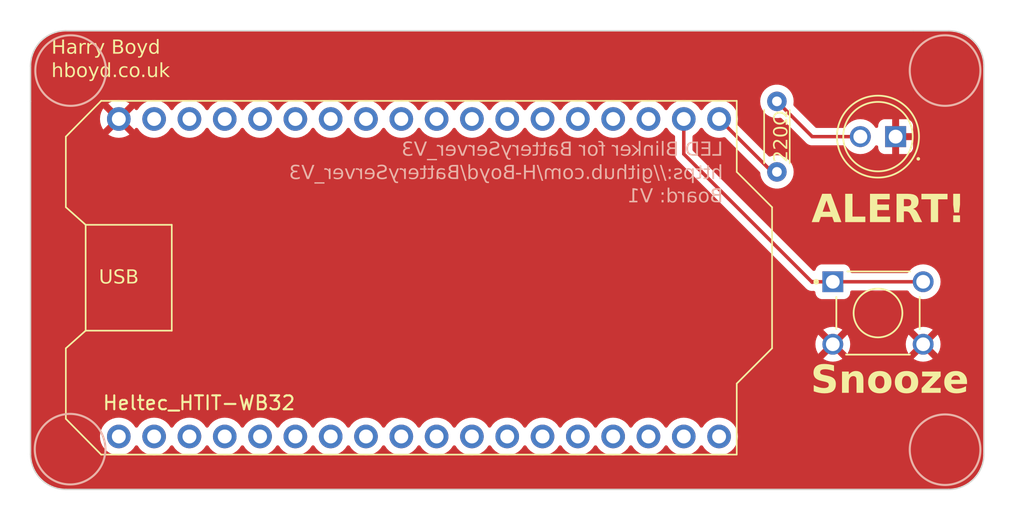
<source format=kicad_pcb>
(kicad_pcb (version 20221018) (generator pcbnew)
  (layers (0 "F.Cu" signal) (31 "B.Cu" signal) (34 "B.Paste" user) (35 "F.Paste" user) (36 "B.SilkS" user "B.Silkscreen") (37 "F.SilkS" user "F.Silkscreen") (38 "B.Mask" user) (39 "F.Mask" user) (44 "Edge.Cuts" user))
  (net 0 "")
  (net 34 "Net-(SW1-Pad1)")
  (net 35 "Net-(D1-PadA)")
  (net 36 "Net-(R1-Pad2)")
  (net 37 "GND")
  (footprint "heltec_htit-wb32:Heltec_HTIT-WB32" (layer "F.Cu") (at 67.31 96.52 180)
    (fp_text reference "U1" hide)
    (fp_text value "Heltec_HTIT-WB32" (at 15.823576 -9.013582) (layer "F.SilkS"))
    (fp_text user "USB" (at 21.59 0) (layer "F.SilkS"))
    (fp_line (start -25.4 -5.08) (end -25.4 5.08) (stroke (width 0.12)) (layer "F.SilkS"))
    (fp_line (start -25.4 -5.08) (end -22.86 -7.62) (stroke (width 0.12)) (layer "F.SilkS"))
    (fp_line (start -25.4 5.08) (end -22.86 7.62) (stroke (width 0.12)) (layer "F.SilkS"))
    (fp_line (start -22.86 -12.735) (end 22.86 -12.735) (stroke (width 0.12)) (layer "F.SilkS"))
    (fp_line (start -22.86 -12.7) (end -22.86 -7.62) (stroke (width 0.12)) (layer "F.SilkS"))
    (fp_line (start -22.86 7.62) (end -22.86 12.735) (stroke (width 0.12)) (layer "F.SilkS"))
    (fp_line (start 17.78 -3.81) (end 17.78 3.81) (stroke (width 0.12)) (layer "F.SilkS"))
    (fp_line (start 17.78 3.81) (end 23.975 3.81) (stroke (width 0.12)) (layer "F.SilkS"))
    (fp_line (start 22.86 -12.735) (end 25.4 -10.16) (stroke (width 0.12)) (layer "F.SilkS"))
    (fp_line (start 22.86 12.735) (end -22.86 12.735) (stroke (width 0.12)) (layer "F.SilkS"))
    (fp_line (start 22.86 12.735) (end 25.4 10.16) (stroke (width 0.12)) (layer "F.SilkS"))
    (fp_line (start 23.975 -3.81) (end 17.78 -3.81) (stroke (width 0.12)) (layer "F.SilkS"))
    (fp_line (start 23.975 -3.81) (end 23.975 3.81) (stroke (width 0.12)) (layer "F.SilkS"))
    (fp_line (start 25.4 -10.16) (end 25.4 -5.08) (stroke (width 0.12)) (layer "F.SilkS"))
    (fp_line (start 25.4 -5.08) (end 23.975 -3.81) (stroke (width 0.12)) (layer "F.SilkS"))
    (fp_line (start 25.4 5.08) (end 23.975 3.81) (stroke (width 0.12)) (layer "F.SilkS"))
    (fp_line (start 25.4 10.16) (end 25.4 5.08) (stroke (width 0.12)) (layer "F.SilkS"))
    (pad "0" thru_hole circle (at 1.27 11.43 180) (size 1.7 1.7) (drill 1) (layers "*.Cu" "*.Mask"))
    (pad "1" thru_hole circle (at 11.43 11.43 180) (size 1.7 1.7) (drill 1) (layers "*.Cu" "*.Mask"))
    (pad "2" thru_hole circle (at 3.81 11.43 180) (size 1.7 1.7) (drill 1) (layers "*.Cu" "*.Mask"))
    (pad "3" thru_hole circle (at 8.89 11.43 180) (size 1.7 1.7) (drill 1) (layers "*.Cu" "*.Mask"))
    (pad "4" thru_hole circle (at -1.27 11.43 180) (size 1.7 1.7) (drill 1) (layers "*.Cu" "*.Mask"))
    (pad "5" thru_hole circle (at -8.89 11.43 180) (size 1.7 1.7) (drill 1) (layers "*.Cu" "*.Mask"))
    (pad "6" thru_hole circle (at 13.97 -11.43 180) (size 1.7 1.7) (drill 1) (layers "*.Cu" "*.Mask"))
    (pad "7" thru_hole circle (at 16.51 -11.43 180) (size 1.7 1.7) (drill 1) (layers "*.Cu" "*.Mask"))
    (pad "8" thru_hole circle (at 21.59 -11.43 180) (size 1.7 1.7) (drill 1) (layers "*.Cu" "*.Mask"))
    (pad "9" thru_hole circle (at 19.05 -11.43 180) (size 1.7 1.7) (drill 1) (layers "*.Cu" "*.Mask"))
    (pad "10" thru_hole circle (at 13.97 11.43 180) (size 1.7 1.7) (drill 1) (layers "*.Cu" "*.Mask"))
    (pad "11" thru_hole circle (at 16.51 11.43 180) (size 1.7 1.7) (drill 1) (layers "*.Cu" "*.Mask"))
    (pad "12" thru_hole circle (at 8.89 -11.43 180) (size 1.7 1.7) (drill 1) (layers "*.Cu" "*.Mask"))
    (pad "13" thru_hole circle (at 11.43 -11.43 180) (size 1.7 1.7) (drill 1) (layers "*.Cu" "*.Mask"))
    (pad "14" thru_hole circle (at 6.35 -11.43 180) (size 1.7 1.7) (drill 1) (layers "*.Cu" "*.Mask"))
    (pad "15" thru_hole circle (at 6.35 11.43 180) (size 1.7 1.7) (drill 1) (layers "*.Cu" "*.Mask"))
    (pad "16" thru_hole circle (at -3.81 11.43 180) (size 1.7 1.7) (drill 1) (layers "*.Cu" "*.Mask"))
    (pad "17" thru_hole circle (at -6.35 11.43 180) (size 1.7 1.7) (drill 1) (layers "*.Cu" "*.Mask"))
    (pad "18" thru_hole circle (at -11.43 11.43 180) (size 1.7 1.7) (drill 1) (layers "*.Cu" "*.Mask"))
    (pad "19" thru_hole circle (at -16.51 11.43 180) (size 1.7 1.7) (drill 1) (layers "*.Cu" "*.Mask"))
    (pad "20" thru_hole circle (at 19.05 11.43 180) (size 1.7 1.7) (drill 1) (layers "*.Cu" "*.Mask"))
    (pad "21" thru_hole circle (at -21.59 11.43 180) (size 1.7 1.7) (drill 1) (layers "*.Cu" "*.Mask") (net 36 "Net-(R1-Pad2)"))
    (pad "22" thru_hole circle (at -19.05 11.43 180) (size 1.7 1.7) (drill 1) (layers "*.Cu" "*.Mask") (net 34 "Net-(SW1-Pad1)"))
    (pad "23" thru_hole circle (at -13.97 11.43 180) (size 1.7 1.7) (drill 1) (layers "*.Cu" "*.Mask"))
    (pad "25" thru_hole circle (at -1.27 -11.43 180) (size 1.7 1.7) (drill 1) (layers "*.Cu" "*.Mask"))
    (pad "26" thru_hole circle (at 1.27 -11.43 180) (size 1.7 1.7) (drill 1) (layers "*.Cu" "*.Mask"))
    (pad "27" thru_hole circle (at 3.81 -11.43 180) (size 1.7 1.7) (drill 1) (layers "*.Cu" "*.Mask"))
    (pad "28" thru_hole circle (at 21.59 11.43 180) (size 1.7 1.7) (drill 1) (layers "*.Cu" "*.Mask") (net 37 "GND"))
    (pad "32" thru_hole circle (at -6.35 -11.43 180) (size 1.7 1.7) (drill 1) (layers "*.Cu" "*.Mask"))
    (pad "33" thru_hole circle (at -3.81 -11.43 180) (size 1.7 1.7) (drill 1) (layers "*.Cu" "*.Mask"))
    (pad "34" thru_hole circle (at -11.43 -11.43 180) (size 1.7 1.7) (drill 1) (layers "*.Cu" "*.Mask"))
    (pad "35" thru_hole circle (at -8.89 -11.43 180) (size 1.7 1.7) (drill 1) (layers "*.Cu" "*.Mask"))
    (pad "36" thru_hole circle (at -21.59 -11.43 180) (size 1.7 1.7) (drill 1) (layers "*.Cu" "*.Mask"))
    (pad "37" thru_hole circle (at -19.05 -11.43 180) (size 1.7 1.7) (drill 1) (layers "*.Cu" "*.Mask"))
    (pad "38" thru_hole circle (at -16.51 -11.43 180) (size 1.7 1.7) (drill 1) (layers "*.Cu" "*.Mask"))
    (pad "39" thru_hole circle (at -13.97 -11.43 180) (size 1.7 1.7) (drill 1) (layers "*.Cu" "*.Mask"))
  )
  (footprint "Resistor_THT:R_Axial_DIN0204_L3.6mm_D1.6mm_P5.08mm_Horizontal" (layer "F.Cu") (at 93.06 83.82 -90)
    (fp_text reference "R1" hide)
    (fp_text value "220" hide)
    (fp_line (start 0.62 -0.92) (end 4.46 -0.92) (stroke (width 0.12)) (layer "F.SilkS"))
    (fp_line (start 0.62 0.92) (end 4.46 0.92) (stroke (width 0.12)) (layer "F.SilkS"))
    (pad "1" thru_hole circle (at 0 0 270) (size 1.4 1.4) (drill 0.7) (layers "*.Cu" "*.Mask") (net 35 "Net-(D1-PadA)"))
    (pad "2" thru_hole oval (at 5.08 0 270) (size 1.4 1.4) (drill 0.7) (layers "*.Cu" "*.Mask") (net 36 "Net-(R1-Pad2)"))
  )
  (footprint "PushButton_1825910-6:SW_1825910-6-4" (layer "F.Cu") (at 100.33 99.06)
    (fp_text reference "SW1" hide)
    (fp_text value "1825910-6" hide)
    (fp_line (start -2.995 -1.15) (end -2.995 1.15) (stroke (width 0.127)) (layer "F.SilkS"))
    (fp_line (start -2.2 -2.995) (end 2.3 -2.995) (stroke (width 0.127)) (layer "F.SilkS"))
    (fp_line (start 2.3 2.995) (end -2.3 2.995) (stroke (width 0.127)) (layer "F.SilkS"))
    (fp_line (start 3 -1.15) (end 3 1.15) (stroke (width 0.127)) (layer "F.SilkS"))
    (fp_circle (center -4.445 -2.25) (end -4.345 -2.25) (stroke (width 0.2)) (fill none) (layer "F.SilkS"))
    (fp_circle (center 0 0) (end 1.755 0) (stroke (width 0.127)) (fill none) (layer "F.SilkS"))
    (pad "1" thru_hole rect (at -3.25 -2.25) (size 1.498 1.498) (drill 0.99) (layers "*.Cu" "*.Mask") (net 34 "Net-(SW1-Pad1)"))
    (pad "2" thru_hole circle (at 3.25 -2.25) (size 1.498 1.498) (drill 0.99) (layers "*.Cu" "*.Mask") (net 34 "Net-(SW1-Pad1)"))
    (pad "3" thru_hole circle (at -3.25 2.25) (size 1.498 1.498) (drill 0.99) (layers "*.Cu" "*.Mask") (net 37 "GND"))
    (pad "4" thru_hole circle (at 3.25 2.25) (size 1.498 1.498) (drill 0.99) (layers "*.Cu" "*.Mask") (net 37 "GND"))
  )
  (footprint "LED_WP7113ID:LED_WP7113ID" (layer "F.Cu") (at 100.33 86.36 180)
    (fp_text reference "D1" hide)
    (fp_text value "WP7113ID" hide)
    (fp_circle (center -2.9 -1.6) (end -2.773 -1.6) (fill solid) (layer "F.SilkS"))
    (fp_circle (center 0 0) (end 2.5 0) (stroke (width 0.127)) (fill none) (layer "F.SilkS"))
    (fp_circle (center 0 0) (end 2.95 0) (stroke (width 0.127)) (fill none) (layer "F.SilkS"))
    (pad "A" thru_hole circle (at 1.27 0 180) (size 1.508 1.508) (drill 1) (layers "*.Cu" "*.Mask") (net 35 "Net-(D1-PadA)"))
    (pad "C" thru_hole rect (at -1.27 0 180) (size 1.508 1.508) (drill 1) (layers "*.Cu" "*.Mask") (net 37 "GND"))
  )
  (gr_circle (center 42.253194 81.602642) (end 44.793194 81.602642) (stroke (width 0.15)) (fill none) (layer "B.SilkS"))
  (gr_circle (center 42.215437 108.863057) (end 44.755437 108.863057) (stroke (width 0.15)) (fill none) (layer "B.SilkS"))
  (gr_circle (center 105.156033 108.900813) (end 107.696033 108.900813) (stroke (width 0.15)) (fill none) (layer "B.SilkS"))
  (gr_circle (center 105.156033 81.602642) (end 107.696033 81.602642) (stroke (width 0.15)) (fill none) (layer "B.SilkS"))
  (gr_arc (start 41.91 111.76) (mid 40.113949 111.016051) (end 39.37 109.22) (stroke (width 0.1)) (layer "Edge.Cuts"))
  (gr_line (start 102.87 78.74) (end 105.41 78.74) (stroke (width 0.1)) (layer "Edge.Cuts"))
  (gr_line (start 39.37 83.82) (end 39.37 81.28) (stroke (width 0.1)) (layer "Edge.Cuts"))
  (gr_arc (start 39.37 81.28) (mid 40.113949 79.483949) (end 41.91 78.74) (stroke (width 0.1)) (layer "Edge.Cuts"))
  (gr_line (start 105.41 111.76) (end 41.91 111.76) (stroke (width 0.1)) (layer "Edge.Cuts"))
  (gr_arc (start 105.41 78.74) (mid 107.206051 79.483949) (end 107.95 81.28) (stroke (width 0.1)) (layer "Edge.Cuts"))
  (gr_line (start 39.37 109.22) (end 39.37 83.82) (stroke (width 0.1)) (layer "Edge.Cuts"))
  (gr_line (start 107.95 81.28) (end 107.95 109.22) (stroke (width 0.1)) (layer "Edge.Cuts"))
  (gr_line (start 41.91 78.74) (end 102.87 78.74) (stroke (width 0.1)) (layer "Edge.Cuts"))
  (gr_arc (start 107.95 109.22) (mid 107.206051 111.016051) (end 105.41 111.76) (stroke (width 0.1)) (layer "Edge.Cuts"))
  (gr_text "LED Blinker for BatteryServer_V3\nhttps://github.com/H-Boyd/BatteryServer_V3\nBoard: V1" (at 89.183176 86.734148) (layer "B.SilkS") (effects (font (size 1 1)) (justify left top mirror)))
  (gr_text "Snooze" (at 95.490253 105.14572) (layer "F.SilkS") (effects (font (size 2 2) (thickness 0.4) bold) (justify left bottom)))
  (gr_text "220Ω" (at 93.98 86.36 90) (layer "F.SilkS") (effects (font (size 1 1)) (justify bottom)))
  (gr_text "ALERT!\n" (at 95.546889 92.85588) (layer "F.SilkS") (effects (font (size 2 2) (thickness 0.4) bold) (justify left bottom)))
  (gr_text "Harry Boyd\nhboyd.co.uk\n" (at 40.866486 79.389867) (layer "F.SilkS") (effects (font (size 1 1)) (justify left top)))
  (segment (start 95.593194 96.842642) (end 95.625836 96.81) (width 0.25) (layer "F.Cu") (net 34))
  (segment (start 86.36 85.09) (end 86.36 87.609448) (width 0.25) (layer "F.Cu") (net 34))
  (segment (start 86.36 87.609448) (end 95.593194 96.842642) (width 0.25) (layer "F.Cu") (net 34))
  (segment (start 95.625836 96.81) (end 103.58 96.81) (width 0.25) (layer "F.Cu") (net 34))
  (segment (start 95.6 86.36) (end 99.06 86.36) (width 0.25) (layer "F.Cu") (net 35))
  (segment (start 93.06 83.82) (end 95.6 86.36) (width 0.25) (layer "F.Cu") (net 35))
  (segment (start 88.9 85.09) (end 92.71 88.9) (width 0.25) (layer "F.Cu") (net 36))
  (segment (start 92.71 88.9) (end 93.06 88.9) (width 0.25) (layer "B.Cu") (net 36))
  (zone (net 37) (net_name "GND") (layer "F.Cu") (connect_pads (clearance 0.5)) (min_thickness 0.25) (fill yes (thermal_gap 0.5) (thermal_bridge_width 0.5))
    (polygon (pts (xy 110.833194 76.522642) (xy 110.833194 114.622642) (xy 37.173194 114.622642) (xy 37.173194 76.522642)))
  )
)
</source>
